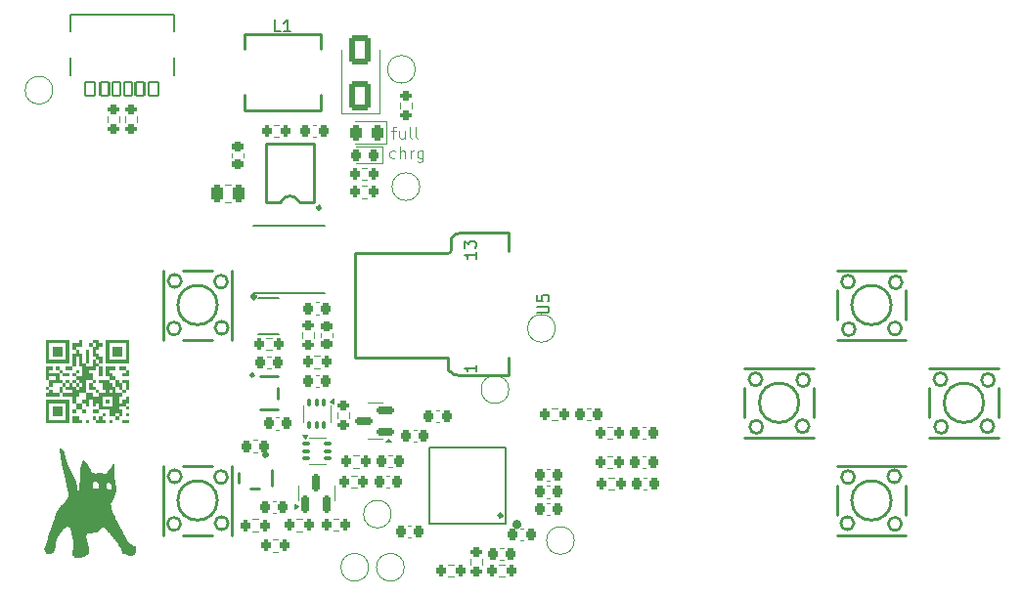
<source format=gto>
%TF.GenerationSoftware,KiCad,Pcbnew,9.0.2*%
%TF.CreationDate,2025-07-13T16:14:14-05:00*%
%TF.ProjectId,stm32card,73746d33-3263-4617-9264-2e6b69636164,rev?*%
%TF.SameCoordinates,Original*%
%TF.FileFunction,Legend,Top*%
%TF.FilePolarity,Positive*%
%FSLAX46Y46*%
G04 Gerber Fmt 4.6, Leading zero omitted, Abs format (unit mm)*
G04 Created by KiCad (PCBNEW 9.0.2) date 2025-07-13 16:14:14*
%MOMM*%
%LPD*%
G01*
G04 APERTURE LIST*
G04 Aperture macros list*
%AMRoundRect*
0 Rectangle with rounded corners*
0 $1 Rounding radius*
0 $2 $3 $4 $5 $6 $7 $8 $9 X,Y pos of 4 corners*
0 Add a 4 corners polygon primitive as box body*
4,1,4,$2,$3,$4,$5,$6,$7,$8,$9,$2,$3,0*
0 Add four circle primitives for the rounded corners*
1,1,$1+$1,$2,$3*
1,1,$1+$1,$4,$5*
1,1,$1+$1,$6,$7*
1,1,$1+$1,$8,$9*
0 Add four rect primitives between the rounded corners*
20,1,$1+$1,$2,$3,$4,$5,0*
20,1,$1+$1,$4,$5,$6,$7,0*
20,1,$1+$1,$6,$7,$8,$9,0*
20,1,$1+$1,$8,$9,$2,$3,0*%
G04 Aperture macros list end*
%ADD10C,0.100000*%
%ADD11C,0.150000*%
%ADD12C,0.200000*%
%ADD13C,0.000000*%
%ADD14C,0.120000*%
%ADD15C,0.250000*%
%ADD16C,0.127000*%
%ADD17C,0.300000*%
%ADD18C,0.400000*%
%ADD19C,0.240000*%
%ADD20RoundRect,0.225000X-0.225000X-0.250000X0.225000X-0.250000X0.225000X0.250000X-0.225000X0.250000X0*%
%ADD21RoundRect,0.150000X0.150000X-0.587500X0.150000X0.587500X-0.150000X0.587500X-0.150000X-0.587500X0*%
%ADD22RoundRect,0.225000X0.225000X0.250000X-0.225000X0.250000X-0.225000X-0.250000X0.225000X-0.250000X0*%
%ADD23R,1.800000X1.200000*%
%ADD24RoundRect,0.200000X0.200000X0.275000X-0.200000X0.275000X-0.200000X-0.275000X0.200000X-0.275000X0*%
%ADD25RoundRect,0.225000X-0.250000X0.225000X-0.250000X-0.225000X0.250000X-0.225000X0.250000X0.225000X0*%
%ADD26R,3.000000X5.500000*%
%ADD27RoundRect,0.200000X0.275000X-0.200000X0.275000X0.200000X-0.275000X0.200000X-0.275000X-0.200000X0*%
%ADD28RoundRect,0.225000X0.250000X-0.225000X0.250000X0.225000X-0.250000X0.225000X-0.250000X-0.225000X0*%
%ADD29R,2.350000X3.500000*%
%ADD30C,2.000000*%
%ADD31RoundRect,0.150000X0.587500X0.150000X-0.587500X0.150000X-0.587500X-0.150000X0.587500X-0.150000X0*%
%ADD32RoundRect,0.250000X0.250000X0.475000X-0.250000X0.475000X-0.250000X-0.475000X0.250000X-0.475000X0*%
%ADD33RoundRect,0.200000X-0.200000X-0.275000X0.200000X-0.275000X0.200000X0.275000X-0.200000X0.275000X0*%
%ADD34R,2.200000X0.400000*%
%ADD35RoundRect,0.100000X-0.225000X-0.100000X0.225000X-0.100000X0.225000X0.100000X-0.225000X0.100000X0*%
%ADD36RoundRect,0.200000X-0.275000X0.200000X-0.275000X-0.200000X0.275000X-0.200000X0.275000X0.200000X0*%
%ADD37RoundRect,0.102000X0.350000X0.600000X-0.350000X0.600000X-0.350000X-0.600000X0.350000X-0.600000X0*%
%ADD38RoundRect,0.102000X0.380000X0.600000X-0.380000X0.600000X-0.380000X-0.600000X0.380000X-0.600000X0*%
%ADD39RoundRect,0.102000X0.400000X0.600000X-0.400000X0.600000X-0.400000X-0.600000X0.400000X-0.600000X0*%
%ADD40O,1.304000X1.904000*%
%ADD41RoundRect,0.243750X0.243750X0.456250X-0.243750X0.456250X-0.243750X-0.456250X0.243750X-0.456250X0*%
%ADD42R,1.070000X0.530000*%
%ADD43R,1.200000X0.270000*%
%ADD44R,0.270000X1.200000*%
%ADD45R,1.200000X1.800000*%
%ADD46RoundRect,0.218750X0.218750X0.256250X-0.218750X0.256250X-0.218750X-0.256250X0.218750X-0.256250X0*%
%ADD47R,0.600000X1.000000*%
%ADD48R,1.200000X0.600000*%
%ADD49R,2.400000X3.300000*%
%ADD50RoundRect,0.100000X-0.100000X0.225000X-0.100000X-0.225000X0.100000X-0.225000X0.100000X0.225000X0*%
%ADD51RoundRect,0.250000X0.650000X-1.000000X0.650000X1.000000X-0.650000X1.000000X-0.650000X-1.000000X0*%
%ADD52R,1.200000X0.500000*%
G04 APERTURE END LIST*
D10*
X165719063Y-94153128D02*
X165623825Y-94200747D01*
X165623825Y-94200747D02*
X165433349Y-94200747D01*
X165433349Y-94200747D02*
X165338111Y-94153128D01*
X165338111Y-94153128D02*
X165290492Y-94105508D01*
X165290492Y-94105508D02*
X165242873Y-94010270D01*
X165242873Y-94010270D02*
X165242873Y-93724556D01*
X165242873Y-93724556D02*
X165290492Y-93629318D01*
X165290492Y-93629318D02*
X165338111Y-93581699D01*
X165338111Y-93581699D02*
X165433349Y-93534080D01*
X165433349Y-93534080D02*
X165623825Y-93534080D01*
X165623825Y-93534080D02*
X165719063Y-93581699D01*
X166147635Y-94200747D02*
X166147635Y-93200747D01*
X166576206Y-94200747D02*
X166576206Y-93676937D01*
X166576206Y-93676937D02*
X166528587Y-93581699D01*
X166528587Y-93581699D02*
X166433349Y-93534080D01*
X166433349Y-93534080D02*
X166290492Y-93534080D01*
X166290492Y-93534080D02*
X166195254Y-93581699D01*
X166195254Y-93581699D02*
X166147635Y-93629318D01*
X167052397Y-94200747D02*
X167052397Y-93534080D01*
X167052397Y-93724556D02*
X167100016Y-93629318D01*
X167100016Y-93629318D02*
X167147635Y-93581699D01*
X167147635Y-93581699D02*
X167242873Y-93534080D01*
X167242873Y-93534080D02*
X167338111Y-93534080D01*
X168100016Y-93534080D02*
X168100016Y-94343604D01*
X168100016Y-94343604D02*
X168052397Y-94438842D01*
X168052397Y-94438842D02*
X168004778Y-94486461D01*
X168004778Y-94486461D02*
X167909540Y-94534080D01*
X167909540Y-94534080D02*
X167766683Y-94534080D01*
X167766683Y-94534080D02*
X167671445Y-94486461D01*
X168100016Y-94153128D02*
X168004778Y-94200747D01*
X168004778Y-94200747D02*
X167814302Y-94200747D01*
X167814302Y-94200747D02*
X167719064Y-94153128D01*
X167719064Y-94153128D02*
X167671445Y-94105508D01*
X167671445Y-94105508D02*
X167623826Y-94010270D01*
X167623826Y-94010270D02*
X167623826Y-93724556D01*
X167623826Y-93724556D02*
X167671445Y-93629318D01*
X167671445Y-93629318D02*
X167719064Y-93581699D01*
X167719064Y-93581699D02*
X167814302Y-93534080D01*
X167814302Y-93534080D02*
X168004778Y-93534080D01*
X168004778Y-93534080D02*
X168100016Y-93581699D01*
X165375839Y-91806823D02*
X165756791Y-91806823D01*
X165518696Y-92473490D02*
X165518696Y-91616347D01*
X165518696Y-91616347D02*
X165566315Y-91521109D01*
X165566315Y-91521109D02*
X165661553Y-91473490D01*
X165661553Y-91473490D02*
X165756791Y-91473490D01*
X166518696Y-91806823D02*
X166518696Y-92473490D01*
X166090125Y-91806823D02*
X166090125Y-92330632D01*
X166090125Y-92330632D02*
X166137744Y-92425871D01*
X166137744Y-92425871D02*
X166232982Y-92473490D01*
X166232982Y-92473490D02*
X166375839Y-92473490D01*
X166375839Y-92473490D02*
X166471077Y-92425871D01*
X166471077Y-92425871D02*
X166518696Y-92378251D01*
X167137744Y-92473490D02*
X167042506Y-92425871D01*
X167042506Y-92425871D02*
X166994887Y-92330632D01*
X166994887Y-92330632D02*
X166994887Y-91473490D01*
X167661554Y-92473490D02*
X167566316Y-92425871D01*
X167566316Y-92425871D02*
X167518697Y-92330632D01*
X167518697Y-92330632D02*
X167518697Y-91473490D01*
D11*
X155792732Y-83189147D02*
X155316542Y-83189147D01*
X155316542Y-83189147D02*
X155316542Y-82189147D01*
X156649875Y-83189147D02*
X156078447Y-83189147D01*
X156364161Y-83189147D02*
X156364161Y-82189147D01*
X156364161Y-82189147D02*
X156268923Y-82332004D01*
X156268923Y-82332004D02*
X156173685Y-82427242D01*
X156173685Y-82427242D02*
X156078447Y-82474861D01*
X178014285Y-107597438D02*
X178823808Y-107597438D01*
X178823808Y-107597438D02*
X178919046Y-107549819D01*
X178919046Y-107549819D02*
X178966666Y-107502200D01*
X178966666Y-107502200D02*
X179014285Y-107406962D01*
X179014285Y-107406962D02*
X179014285Y-107216486D01*
X179014285Y-107216486D02*
X178966666Y-107121248D01*
X178966666Y-107121248D02*
X178919046Y-107073629D01*
X178919046Y-107073629D02*
X178823808Y-107026010D01*
X178823808Y-107026010D02*
X178014285Y-107026010D01*
X178014285Y-106073629D02*
X178014285Y-106549819D01*
X178014285Y-106549819D02*
X178490475Y-106597438D01*
X178490475Y-106597438D02*
X178442856Y-106549819D01*
X178442856Y-106549819D02*
X178395237Y-106454581D01*
X178395237Y-106454581D02*
X178395237Y-106216486D01*
X178395237Y-106216486D02*
X178442856Y-106121248D01*
X178442856Y-106121248D02*
X178490475Y-106073629D01*
X178490475Y-106073629D02*
X178585713Y-106026010D01*
X178585713Y-106026010D02*
X178823808Y-106026010D01*
X178823808Y-106026010D02*
X178919046Y-106073629D01*
X178919046Y-106073629D02*
X178966666Y-106121248D01*
X178966666Y-106121248D02*
X179014285Y-106216486D01*
X179014285Y-106216486D02*
X179014285Y-106454581D01*
X179014285Y-106454581D02*
X178966666Y-106549819D01*
X178966666Y-106549819D02*
X178919046Y-106597438D01*
D12*
X172711685Y-112107588D02*
X172711685Y-112679016D01*
X172711685Y-112393302D02*
X171711685Y-112393302D01*
X171711685Y-112393302D02*
X171854542Y-112488540D01*
X171854542Y-112488540D02*
X171949780Y-112583778D01*
X171949780Y-112583778D02*
X171997399Y-112679016D01*
X172711685Y-102309969D02*
X172711685Y-102881397D01*
X172711685Y-102595683D02*
X171711685Y-102595683D01*
X171711685Y-102595683D02*
X171854542Y-102690921D01*
X171854542Y-102690921D02*
X171949780Y-102786159D01*
X171949780Y-102786159D02*
X171997399Y-102881397D01*
X171711685Y-101976635D02*
X171711685Y-101357588D01*
X171711685Y-101357588D02*
X172092637Y-101690921D01*
X172092637Y-101690921D02*
X172092637Y-101548064D01*
X172092637Y-101548064D02*
X172140256Y-101452826D01*
X172140256Y-101452826D02*
X172187875Y-101405207D01*
X172187875Y-101405207D02*
X172283113Y-101357588D01*
X172283113Y-101357588D02*
X172521208Y-101357588D01*
X172521208Y-101357588D02*
X172616446Y-101405207D01*
X172616446Y-101405207D02*
X172664066Y-101452826D01*
X172664066Y-101452826D02*
X172711685Y-101548064D01*
X172711685Y-101548064D02*
X172711685Y-101833778D01*
X172711685Y-101833778D02*
X172664066Y-101929016D01*
X172664066Y-101929016D02*
X172616446Y-101976635D01*
D13*
%TO.C,G\u002A\u002A\u002A*%
G36*
X137504732Y-116130444D02*
G01*
X137504732Y-117138380D01*
X136496795Y-117138380D01*
X135488859Y-117138380D01*
X135488859Y-116850399D01*
X135776841Y-116850399D01*
X136496795Y-116850399D01*
X137216750Y-116850399D01*
X137216750Y-116130444D01*
X137216750Y-115410489D01*
X136496795Y-115410489D01*
X135776841Y-115410489D01*
X135776841Y-116130444D01*
X135776841Y-116850399D01*
X135488859Y-116850399D01*
X135488859Y-116130444D01*
X135488859Y-115122507D01*
X136496795Y-115122507D01*
X137504732Y-115122507D01*
X137504732Y-116130444D01*
G37*
G36*
X138368678Y-116706408D02*
G01*
X138368678Y-116850399D01*
X138512668Y-116850399D01*
X138656659Y-116850399D01*
X138656659Y-116994389D01*
X138656659Y-117138380D01*
X138224687Y-117138380D01*
X137792714Y-117138380D01*
X137792714Y-116850399D01*
X137792714Y-116562417D01*
X138080696Y-116562417D01*
X138368678Y-116562417D01*
X138368678Y-116706408D01*
G37*
G36*
X139232623Y-116994389D02*
G01*
X139232623Y-117138380D01*
X139088632Y-117138380D01*
X138944641Y-117138380D01*
X138944641Y-116994389D01*
X138944641Y-116850399D01*
X139088632Y-116850399D01*
X139232623Y-116850399D01*
X139232623Y-116994389D01*
G37*
G36*
X140672532Y-116418426D02*
G01*
X140672532Y-116562417D01*
X140528541Y-116562417D01*
X140384551Y-116562417D01*
X140384551Y-116706408D01*
X140384551Y-116850399D01*
X140528541Y-116850399D01*
X140672532Y-116850399D01*
X140672532Y-116994389D01*
X140672532Y-117138380D01*
X140240560Y-117138380D01*
X139808587Y-117138380D01*
X139808587Y-116994389D01*
X139808587Y-116850399D01*
X139664596Y-116850399D01*
X139520605Y-116850399D01*
X139520605Y-116706408D01*
X139520605Y-116562417D01*
X139664596Y-116562417D01*
X139808587Y-116562417D01*
X139808587Y-116706408D01*
X139808587Y-116850399D01*
X139952578Y-116850399D01*
X140096569Y-116850399D01*
X140096569Y-116706408D01*
X140096569Y-116562417D01*
X140240560Y-116562417D01*
X140384551Y-116562417D01*
X140384551Y-116418426D01*
X140384551Y-116274435D01*
X140528541Y-116274435D01*
X140672532Y-116274435D01*
X140672532Y-116418426D01*
G37*
G36*
X141248496Y-116994389D02*
G01*
X141248496Y-117138380D01*
X141104505Y-117138380D01*
X140960514Y-117138380D01*
X140960514Y-116994389D01*
X140960514Y-116850399D01*
X141104505Y-116850399D01*
X141248496Y-116850399D01*
X141248496Y-116994389D01*
G37*
G36*
X142688405Y-116994389D02*
G01*
X142688405Y-117138380D01*
X142400424Y-117138380D01*
X142112442Y-117138380D01*
X142112442Y-116994389D01*
X142112442Y-116850399D01*
X142400424Y-116850399D01*
X142688405Y-116850399D01*
X142688405Y-116994389D01*
G37*
G36*
X140096569Y-110082825D02*
G01*
X140096569Y-110226816D01*
X140240560Y-110226816D01*
X140384551Y-110226816D01*
X140384551Y-110370807D01*
X140384551Y-110514798D01*
X140240560Y-110514798D01*
X140096569Y-110514798D01*
X140096569Y-110658789D01*
X140096569Y-110802780D01*
X139952578Y-110802780D01*
X139808587Y-110802780D01*
X139808587Y-110946770D01*
X139808587Y-111090761D01*
X139952578Y-111090761D01*
X140096569Y-111090761D01*
X140096569Y-111234752D01*
X140096569Y-111378743D01*
X140240560Y-111378743D01*
X140384551Y-111378743D01*
X140384551Y-111666725D01*
X140384551Y-111954707D01*
X140240560Y-111954707D01*
X140096569Y-111954707D01*
X140096569Y-112098698D01*
X140096569Y-112242689D01*
X139952578Y-112242689D01*
X139808587Y-112242689D01*
X139808587Y-112386680D01*
X139808587Y-112530671D01*
X139520605Y-112530671D01*
X139232623Y-112530671D01*
X139232623Y-112674662D01*
X139232623Y-112818653D01*
X139376614Y-112818653D01*
X139520605Y-112818653D01*
X139520605Y-113106634D01*
X139520605Y-113394616D01*
X139232623Y-113394616D01*
X138944641Y-113394616D01*
X138944641Y-113970580D01*
X138944641Y-114546544D01*
X138656659Y-114546544D01*
X138368678Y-114546544D01*
X138368678Y-114690535D01*
X138368678Y-114834526D01*
X138224687Y-114834526D01*
X138080696Y-114834526D01*
X138080696Y-115122507D01*
X138080696Y-115410489D01*
X138368678Y-115410489D01*
X138656659Y-115410489D01*
X138656659Y-115266498D01*
X138656659Y-115122507D01*
X138800650Y-115122507D01*
X138944641Y-115122507D01*
X138944641Y-114834526D01*
X138944641Y-114546544D01*
X139232623Y-114546544D01*
X139520605Y-114546544D01*
X139520605Y-114690535D01*
X139520605Y-114834526D01*
X139808587Y-114834526D01*
X140096569Y-114834526D01*
X140096569Y-114690535D01*
X140096569Y-114546544D01*
X139952578Y-114546544D01*
X139808587Y-114546544D01*
X139808587Y-114402553D01*
X139808587Y-114258562D01*
X139952578Y-114258562D01*
X140096569Y-114258562D01*
X140096569Y-114402553D01*
X140096569Y-114546544D01*
X140384551Y-114546544D01*
X140672532Y-114546544D01*
X140960514Y-114546544D01*
X141104505Y-114546544D01*
X141248496Y-114546544D01*
X141248496Y-114402553D01*
X141248496Y-114258562D01*
X141104505Y-114258562D01*
X140960514Y-114258562D01*
X140960514Y-114402553D01*
X140960514Y-114546544D01*
X140672532Y-114546544D01*
X140672532Y-114402553D01*
X140672532Y-114258562D01*
X140528541Y-114258562D01*
X140384551Y-114258562D01*
X140384551Y-113970580D01*
X140384551Y-113682598D01*
X140240560Y-113682598D01*
X140096569Y-113682598D01*
X140096569Y-113538607D01*
X140096569Y-113394616D01*
X140528541Y-113394616D01*
X140960514Y-113394616D01*
X140960514Y-113250625D01*
X140960514Y-113106634D01*
X140816523Y-113106634D01*
X140672532Y-113106634D01*
X140672532Y-112674662D01*
X140672532Y-112242689D01*
X141104505Y-112242689D01*
X141536478Y-112242689D01*
X141536478Y-112386680D01*
X141536478Y-112530671D01*
X141248496Y-112530671D01*
X140960514Y-112530671D01*
X140960514Y-112674662D01*
X140960514Y-112818653D01*
X141104505Y-112818653D01*
X141248496Y-112818653D01*
X141248496Y-112962643D01*
X141248496Y-113106634D01*
X141392487Y-113106634D01*
X141536478Y-113106634D01*
X141536478Y-113250625D01*
X141536478Y-113394616D01*
X141248496Y-113394616D01*
X140960514Y-113394616D01*
X140960514Y-113538607D01*
X140960514Y-113682598D01*
X141104505Y-113682598D01*
X141248496Y-113682598D01*
X141248496Y-113826589D01*
X141248496Y-113970580D01*
X141392487Y-113970580D01*
X141536478Y-113970580D01*
X141536478Y-114258562D01*
X141536478Y-114546544D01*
X141824460Y-114546544D01*
X142112442Y-114546544D01*
X142112442Y-114402553D01*
X142112442Y-114258562D01*
X142256433Y-114258562D01*
X142400424Y-114258562D01*
X142400424Y-113970580D01*
X142400424Y-113682598D01*
X142256433Y-113682598D01*
X142112442Y-113682598D01*
X142112442Y-113970580D01*
X142112442Y-114258562D01*
X141968451Y-114258562D01*
X141824460Y-114258562D01*
X141824460Y-114114571D01*
X141824460Y-113970580D01*
X141680469Y-113970580D01*
X141536478Y-113970580D01*
X141536478Y-113682598D01*
X141536478Y-113394616D01*
X141680469Y-113394616D01*
X141824460Y-113394616D01*
X141824460Y-113538607D01*
X141824460Y-113682598D01*
X141968451Y-113682598D01*
X142112442Y-113682598D01*
X142112442Y-113538607D01*
X142112442Y-113394616D01*
X142400424Y-113394616D01*
X142688405Y-113394616D01*
X142688405Y-113826589D01*
X142688405Y-114258562D01*
X142544414Y-114258562D01*
X142400424Y-114258562D01*
X142400424Y-114402553D01*
X142400424Y-114546544D01*
X142256433Y-114546544D01*
X142112442Y-114546544D01*
X142112442Y-114690535D01*
X142112442Y-114834526D01*
X141968451Y-114834526D01*
X141824460Y-114834526D01*
X141824460Y-115122507D01*
X141824460Y-115410489D01*
X141968451Y-115410489D01*
X142112442Y-115410489D01*
X142112442Y-115266498D01*
X142112442Y-115122507D01*
X142256433Y-115122507D01*
X142400424Y-115122507D01*
X142400424Y-114978516D01*
X142400424Y-114834526D01*
X142544414Y-114834526D01*
X142688405Y-114834526D01*
X142688405Y-115122507D01*
X142688405Y-115410489D01*
X142544414Y-115410489D01*
X142400424Y-115410489D01*
X142400424Y-115554480D01*
X142400424Y-115698471D01*
X142112442Y-115698471D01*
X141824460Y-115698471D01*
X141824460Y-115842462D01*
X141824460Y-115986453D01*
X141968451Y-115986453D01*
X142112442Y-115986453D01*
X142112442Y-116274435D01*
X142112442Y-116562417D01*
X141968451Y-116562417D01*
X141824460Y-116562417D01*
X141824460Y-116706408D01*
X141824460Y-116850399D01*
X141680469Y-116850399D01*
X141536478Y-116850399D01*
X141536478Y-116706408D01*
X141536478Y-116562417D01*
X141680469Y-116562417D01*
X141824460Y-116562417D01*
X141824460Y-116418426D01*
X141824460Y-116274435D01*
X141680469Y-116274435D01*
X141536478Y-116274435D01*
X141536478Y-116418426D01*
X141536478Y-116562417D01*
X141248496Y-116562417D01*
X140960514Y-116562417D01*
X140960514Y-116418426D01*
X140960514Y-116274435D01*
X140960514Y-115986453D01*
X140528541Y-115986453D01*
X140096569Y-115986453D01*
X140096569Y-116130444D01*
X140096569Y-116274435D01*
X139808587Y-116274435D01*
X139520605Y-116274435D01*
X139520605Y-116130444D01*
X139520605Y-115986453D01*
X139808587Y-115986453D01*
X140096569Y-115986453D01*
X140096569Y-115698471D01*
X140384551Y-115698471D01*
X140816523Y-115698471D01*
X141248496Y-115698471D01*
X141248496Y-115266498D01*
X141248496Y-114834526D01*
X140816523Y-114834526D01*
X140384551Y-114834526D01*
X140384551Y-115266498D01*
X140384551Y-115698471D01*
X140096569Y-115698471D01*
X140096569Y-115410489D01*
X139952578Y-115410489D01*
X139808587Y-115410489D01*
X139808587Y-115554480D01*
X139808587Y-115698471D01*
X139664596Y-115698471D01*
X139520605Y-115698471D01*
X139520605Y-115410489D01*
X139520605Y-115266498D01*
X139520605Y-115122507D01*
X139376614Y-115122507D01*
X139232623Y-115122507D01*
X139232623Y-115410489D01*
X139232623Y-115698471D01*
X139088632Y-115698471D01*
X138944641Y-115698471D01*
X138944641Y-115554480D01*
X138944641Y-115410489D01*
X138800650Y-115410489D01*
X138656659Y-115410489D01*
X138656659Y-115698471D01*
X138656659Y-115986453D01*
X138368678Y-115986453D01*
X138080696Y-115986453D01*
X138080696Y-116130444D01*
X138080696Y-116274435D01*
X137936705Y-116274435D01*
X137792714Y-116274435D01*
X137792714Y-116130444D01*
X137792714Y-115986453D01*
X137936705Y-115986453D01*
X138080696Y-115986453D01*
X138080696Y-115698471D01*
X138080696Y-115410489D01*
X137936705Y-115410489D01*
X137792714Y-115410489D01*
X137792714Y-115122507D01*
X137792714Y-114834526D01*
X137360741Y-114834526D01*
X136928768Y-114834526D01*
X136928768Y-114690535D01*
X136928768Y-114546544D01*
X136784777Y-114546544D01*
X136640786Y-114546544D01*
X136640786Y-114690535D01*
X136640786Y-114834526D01*
X136064823Y-114834526D01*
X135488859Y-114834526D01*
X135488859Y-114690535D01*
X135488859Y-114546544D01*
X135632850Y-114546544D01*
X135776841Y-114546544D01*
X135776841Y-114402553D01*
X135776841Y-114258562D01*
X135920832Y-114258562D01*
X136064823Y-114258562D01*
X136064823Y-114402553D01*
X136064823Y-114546544D01*
X136352805Y-114546544D01*
X136640786Y-114546544D01*
X136640786Y-114258562D01*
X136640786Y-113970580D01*
X136784777Y-113970580D01*
X136928768Y-113970580D01*
X136928768Y-114258562D01*
X136928768Y-114546544D01*
X137360741Y-114546544D01*
X137792714Y-114546544D01*
X137792714Y-114402553D01*
X137792714Y-114258562D01*
X137504732Y-114258562D01*
X137216750Y-114258562D01*
X137216750Y-114114571D01*
X137216750Y-113970580D01*
X137360741Y-113970580D01*
X137504732Y-113970580D01*
X137504732Y-113826589D01*
X137504732Y-113682598D01*
X137648723Y-113682598D01*
X137792714Y-113682598D01*
X137792714Y-113826589D01*
X137792714Y-113970580D01*
X137936705Y-113970580D01*
X138080696Y-113970580D01*
X138080696Y-114114571D01*
X138080696Y-114258562D01*
X138224687Y-114258562D01*
X138368678Y-114258562D01*
X138368678Y-114114571D01*
X138368678Y-113970580D01*
X138512668Y-113970580D01*
X138656659Y-113970580D01*
X138656659Y-113826589D01*
X138656659Y-113682598D01*
X138512668Y-113682598D01*
X138368678Y-113682598D01*
X138368678Y-113538607D01*
X138368678Y-113394616D01*
X138224687Y-113394616D01*
X138080696Y-113394616D01*
X138080696Y-113538607D01*
X138080696Y-113682598D01*
X137936705Y-113682598D01*
X137792714Y-113682598D01*
X137792714Y-113538607D01*
X137792714Y-113394616D01*
X137936705Y-113394616D01*
X138080696Y-113394616D01*
X138080696Y-113250625D01*
X138080696Y-113106634D01*
X137936705Y-113106634D01*
X137792714Y-113106634D01*
X137792714Y-112962643D01*
X137792714Y-112818653D01*
X137936705Y-112818653D01*
X138080696Y-112818653D01*
X138080696Y-112674662D01*
X138080696Y-112530671D01*
X138224687Y-112530671D01*
X138368678Y-112530671D01*
X138368678Y-112674662D01*
X138368678Y-112818653D01*
X138224687Y-112818653D01*
X138080696Y-112818653D01*
X138080696Y-112962643D01*
X138080696Y-113106634D01*
X138368678Y-113106634D01*
X138656659Y-113106634D01*
X138656659Y-112674662D01*
X138656659Y-112242689D01*
X138512668Y-112242689D01*
X138368678Y-112242689D01*
X138368678Y-111810716D01*
X138368678Y-111378743D01*
X138224687Y-111378743D01*
X138080696Y-111378743D01*
X138080696Y-111810716D01*
X138080696Y-112242689D01*
X137936705Y-112242689D01*
X137792714Y-112242689D01*
X137792714Y-112386680D01*
X137792714Y-112530671D01*
X137504732Y-112530671D01*
X137216750Y-112530671D01*
X137216750Y-112386680D01*
X137216750Y-112242689D01*
X137504732Y-112242689D01*
X137792714Y-112242689D01*
X137792714Y-111666725D01*
X137792714Y-111090761D01*
X137936705Y-111090761D01*
X138080696Y-111090761D01*
X138080696Y-110946770D01*
X138080696Y-110802780D01*
X138224687Y-110802780D01*
X138368678Y-110802780D01*
X138368678Y-110946770D01*
X138368678Y-111090761D01*
X138512668Y-111090761D01*
X138656659Y-111090761D01*
X138656659Y-111522734D01*
X138656659Y-111954707D01*
X138800650Y-111954707D01*
X138944641Y-111954707D01*
X138944641Y-111378743D01*
X138944641Y-110802780D01*
X139088632Y-110802780D01*
X139232623Y-110802780D01*
X139232623Y-111378743D01*
X139232623Y-111954707D01*
X139088632Y-111954707D01*
X138944641Y-111954707D01*
X138944641Y-112098698D01*
X138944641Y-112242689D01*
X139232623Y-112242689D01*
X139520605Y-112242689D01*
X139520605Y-111954707D01*
X139808587Y-111954707D01*
X139952578Y-111954707D01*
X140096569Y-111954707D01*
X140096569Y-111810716D01*
X140096569Y-111666725D01*
X139952578Y-111666725D01*
X139808587Y-111666725D01*
X139808587Y-111810716D01*
X139808587Y-111954707D01*
X139520605Y-111954707D01*
X139520605Y-111810716D01*
X139520605Y-111666725D01*
X139664596Y-111666725D01*
X139808587Y-111666725D01*
X139808587Y-111522734D01*
X139808587Y-111378743D01*
X139664596Y-111378743D01*
X139520605Y-111378743D01*
X139520605Y-110946770D01*
X139520605Y-110514798D01*
X139664596Y-110514798D01*
X139808587Y-110514798D01*
X139808587Y-110370807D01*
X139808587Y-110226816D01*
X139664596Y-110226816D01*
X139520605Y-110226816D01*
X139520605Y-110370807D01*
X139520605Y-110514798D01*
X139376614Y-110514798D01*
X139232623Y-110514798D01*
X139232623Y-110370807D01*
X139232623Y-110226816D01*
X139376614Y-110226816D01*
X139520605Y-110226816D01*
X139520605Y-110082825D01*
X139520605Y-109938834D01*
X139808587Y-109938834D01*
X140096569Y-109938834D01*
X140096569Y-110082825D01*
G37*
G36*
X136064823Y-112386680D02*
G01*
X136064823Y-112530671D01*
X135920832Y-112530671D01*
X135776841Y-112530671D01*
X135776841Y-112674662D01*
X135776841Y-112818653D01*
X136208814Y-112818653D01*
X136640786Y-112818653D01*
X136640786Y-112674662D01*
X136640786Y-112530671D01*
X136784777Y-112530671D01*
X136928768Y-112530671D01*
X136928768Y-112674662D01*
X136928768Y-112818653D01*
X136784777Y-112818653D01*
X136640786Y-112818653D01*
X136640786Y-113106634D01*
X136640786Y-113394616D01*
X136784777Y-113394616D01*
X136928768Y-113394616D01*
X136928768Y-113538607D01*
X136928768Y-113682598D01*
X137072759Y-113682598D01*
X137216750Y-113682598D01*
X137216750Y-113538607D01*
X137216750Y-113394616D01*
X137360741Y-113394616D01*
X137504732Y-113394616D01*
X137504732Y-113538607D01*
X137504732Y-113682598D01*
X137360741Y-113682598D01*
X137216750Y-113682598D01*
X137216750Y-113826589D01*
X137216750Y-113970580D01*
X137072759Y-113970580D01*
X136928768Y-113970580D01*
X136928768Y-113826589D01*
X136928768Y-113682598D01*
X136496795Y-113682598D01*
X136064823Y-113682598D01*
X136064823Y-113826589D01*
X136064823Y-113970580D01*
X135920832Y-113970580D01*
X135776841Y-113970580D01*
X135776841Y-114114571D01*
X135776841Y-114258562D01*
X135632850Y-114258562D01*
X135488859Y-114258562D01*
X135488859Y-114114571D01*
X135488859Y-113970580D01*
X135632850Y-113970580D01*
X135776841Y-113970580D01*
X135776841Y-113682598D01*
X135776841Y-113394616D01*
X136064823Y-113394616D01*
X136352805Y-113394616D01*
X136352805Y-113250625D01*
X136352805Y-113106634D01*
X136064823Y-113106634D01*
X135776841Y-113106634D01*
X135776841Y-113250625D01*
X135776841Y-113394616D01*
X135632850Y-113394616D01*
X135488859Y-113394616D01*
X135488859Y-113250625D01*
X135488859Y-112818653D01*
X135488859Y-112242689D01*
X135776841Y-112242689D01*
X136064823Y-112242689D01*
X136064823Y-112386680D01*
G37*
G36*
X138944641Y-116130444D02*
G01*
X138944641Y-116274435D01*
X138800650Y-116274435D01*
X138656659Y-116274435D01*
X138656659Y-116130444D01*
X138656659Y-115986453D01*
X138800650Y-115986453D01*
X138944641Y-115986453D01*
X138944641Y-116130444D01*
G37*
G36*
X142688405Y-115842462D02*
G01*
X142688405Y-115986453D01*
X142544414Y-115986453D01*
X142400424Y-115986453D01*
X142400424Y-115842462D01*
X142400424Y-115698471D01*
X142544414Y-115698471D01*
X142688405Y-115698471D01*
X142688405Y-115842462D01*
G37*
G36*
X139808587Y-113538607D02*
G01*
X139808587Y-113682598D01*
X139664596Y-113682598D01*
X139520605Y-113682598D01*
X139520605Y-113826589D01*
X139520605Y-113970580D01*
X139664596Y-113970580D01*
X139808587Y-113970580D01*
X139808587Y-114114571D01*
X139808587Y-114258562D01*
X139520605Y-114258562D01*
X139232623Y-114258562D01*
X139232623Y-113970580D01*
X139232623Y-113682598D01*
X139376614Y-113682598D01*
X139520605Y-113682598D01*
X139520605Y-113538607D01*
X139520605Y-113394616D01*
X139664596Y-113394616D01*
X139808587Y-113394616D01*
X139808587Y-113538607D01*
G37*
G36*
X137504732Y-112962643D02*
G01*
X137504732Y-113106634D01*
X137216750Y-113106634D01*
X136928768Y-113106634D01*
X136928768Y-112962643D01*
X136928768Y-112818653D01*
X137216750Y-112818653D01*
X137504732Y-112818653D01*
X137504732Y-112962643D01*
G37*
G36*
X140384551Y-112674662D02*
G01*
X140384551Y-113106634D01*
X140240560Y-113106634D01*
X140096569Y-113106634D01*
X140096569Y-112674662D01*
X140096569Y-112242689D01*
X140240560Y-112242689D01*
X140384551Y-112242689D01*
X140384551Y-112674662D01*
G37*
G36*
X136640786Y-112386680D02*
G01*
X136640786Y-112530671D01*
X136496795Y-112530671D01*
X136352805Y-112530671D01*
X136352805Y-112386680D01*
X136352805Y-112242689D01*
X136496795Y-112242689D01*
X136640786Y-112242689D01*
X136640786Y-112386680D01*
G37*
G36*
X138656659Y-110226816D02*
G01*
X138656659Y-110514798D01*
X138368678Y-110514798D01*
X138080696Y-110514798D01*
X138080696Y-110658789D01*
X138080696Y-110802780D01*
X137936705Y-110802780D01*
X137792714Y-110802780D01*
X137792714Y-110514798D01*
X137792714Y-110226816D01*
X138080696Y-110226816D01*
X138368678Y-110226816D01*
X138368678Y-110082825D01*
X138368678Y-109938834D01*
X138512668Y-109938834D01*
X138656659Y-109938834D01*
X138656659Y-110226816D01*
G37*
G36*
X142688405Y-116418426D02*
G01*
X142688405Y-116562417D01*
X142544414Y-116562417D01*
X142400424Y-116562417D01*
X142400424Y-116418426D01*
X142400424Y-116274435D01*
X142544414Y-116274435D01*
X142688405Y-116274435D01*
X142688405Y-116418426D01*
G37*
G36*
X142688405Y-112818653D02*
G01*
X142688405Y-113106634D01*
X142400424Y-113106634D01*
X142112442Y-113106634D01*
X142112442Y-112962643D01*
X142112442Y-112818653D01*
X142256433Y-112818653D01*
X142400424Y-112818653D01*
X142400424Y-112674662D01*
X142400424Y-112530671D01*
X142544414Y-112530671D01*
X142688405Y-112530671D01*
X142688405Y-112818653D01*
G37*
G36*
X142400424Y-112386680D02*
G01*
X142400424Y-112530671D01*
X142112442Y-112530671D01*
X141824460Y-112530671D01*
X141824460Y-112386680D01*
X141824460Y-112242689D01*
X142112442Y-112242689D01*
X142400424Y-112242689D01*
X142400424Y-112386680D01*
G37*
G36*
X137504732Y-110946770D02*
G01*
X137504732Y-111954707D01*
X136496795Y-111954707D01*
X135488859Y-111954707D01*
X135488859Y-111666725D01*
X135776841Y-111666725D01*
X136496795Y-111666725D01*
X137216750Y-111666725D01*
X137216750Y-110946770D01*
X137216750Y-110226816D01*
X136496795Y-110226816D01*
X135776841Y-110226816D01*
X135776841Y-110946770D01*
X135776841Y-111666725D01*
X135488859Y-111666725D01*
X135488859Y-110946770D01*
X135488859Y-109938834D01*
X136496795Y-109938834D01*
X137504732Y-109938834D01*
X137504732Y-110946770D01*
G37*
G36*
X142688405Y-110946770D02*
G01*
X142688405Y-111954707D01*
X141680469Y-111954707D01*
X140672532Y-111954707D01*
X140672532Y-111666725D01*
X140960514Y-111666725D01*
X141680469Y-111666725D01*
X142400424Y-111666725D01*
X142400424Y-110946770D01*
X142400424Y-110226816D01*
X141680469Y-110226816D01*
X140960514Y-110226816D01*
X140960514Y-110946770D01*
X140960514Y-111666725D01*
X140672532Y-111666725D01*
X140672532Y-110946770D01*
X140672532Y-109938834D01*
X141680469Y-109938834D01*
X142688405Y-109938834D01*
X142688405Y-110946770D01*
G37*
G36*
X136928768Y-116130444D02*
G01*
X136928768Y-116562417D01*
X136496795Y-116562417D01*
X136064823Y-116562417D01*
X136064823Y-116130444D01*
X136064823Y-115698471D01*
X136496795Y-115698471D01*
X136928768Y-115698471D01*
X136928768Y-116130444D01*
G37*
G36*
X140960514Y-115266498D02*
G01*
X140960514Y-115410489D01*
X140816523Y-115410489D01*
X140672532Y-115410489D01*
X140672532Y-115266498D01*
X140672532Y-115122507D01*
X140816523Y-115122507D01*
X140960514Y-115122507D01*
X140960514Y-115266498D01*
G37*
G36*
X138368678Y-113826589D02*
G01*
X138368678Y-113970580D01*
X138224687Y-113970580D01*
X138080696Y-113970580D01*
X138080696Y-113826589D01*
X138080696Y-113682598D01*
X138224687Y-113682598D01*
X138368678Y-113682598D01*
X138368678Y-113826589D01*
G37*
G36*
X136928768Y-110946770D02*
G01*
X136928768Y-111378743D01*
X136496795Y-111378743D01*
X136064823Y-111378743D01*
X136064823Y-110946770D01*
X136064823Y-110514798D01*
X136496795Y-110514798D01*
X136928768Y-110514798D01*
X136928768Y-110946770D01*
G37*
G36*
X142112442Y-110946770D02*
G01*
X142112442Y-111378743D01*
X141680469Y-111378743D01*
X141248496Y-111378743D01*
X141248496Y-110946770D01*
X141248496Y-110514798D01*
X141680469Y-110514798D01*
X142112442Y-110514798D01*
X142112442Y-110946770D01*
G37*
G36*
X136820335Y-119322019D02*
G01*
X136899889Y-119388538D01*
X136944633Y-119442289D01*
X137003363Y-119521535D01*
X137041081Y-119577042D01*
X137065386Y-119624258D01*
X137083876Y-119678632D01*
X137104150Y-119755610D01*
X137109902Y-119778283D01*
X137137236Y-119884081D01*
X137165941Y-119992403D01*
X137183595Y-120057271D01*
X137206731Y-120150104D01*
X137230914Y-120261553D01*
X137245231Y-120336258D01*
X137271808Y-120445726D01*
X137311880Y-120567238D01*
X137346607Y-120651636D01*
X137439440Y-120847880D01*
X137516015Y-121002411D01*
X137578073Y-121118572D01*
X137627358Y-121199706D01*
X137646037Y-121225947D01*
X137683739Y-121281493D01*
X137704009Y-121323268D01*
X137705123Y-121329830D01*
X137715389Y-121362364D01*
X137742768Y-121426305D01*
X137782128Y-121509939D01*
X137798798Y-121543722D01*
X137846347Y-121642653D01*
X137888512Y-121737038D01*
X137917692Y-121809694D01*
X137921916Y-121821983D01*
X137950193Y-121886124D01*
X137982680Y-121929332D01*
X137989134Y-121933910D01*
X138012692Y-121967621D01*
X138042306Y-122041243D01*
X138075949Y-122146846D01*
X138111595Y-122276498D01*
X138147219Y-122422269D01*
X138180796Y-122576228D01*
X138210299Y-122730443D01*
X138233703Y-122876986D01*
X138237883Y-122907796D01*
X138261545Y-123057901D01*
X138287423Y-123164558D01*
X138314980Y-123226081D01*
X138343680Y-123240787D01*
X138343942Y-123240702D01*
X138362822Y-123226043D01*
X138377555Y-123192812D01*
X138388596Y-123136020D01*
X138396403Y-123050681D01*
X138401430Y-122931806D01*
X138404136Y-122774407D01*
X138404975Y-122573519D01*
X138406333Y-122436038D01*
X139542599Y-122436038D01*
X139542944Y-122546150D01*
X139556070Y-122651325D01*
X139576480Y-122721814D01*
X139629446Y-122792187D01*
X139710157Y-122835496D01*
X139804678Y-122849508D01*
X139899071Y-122831993D01*
X139974430Y-122785542D01*
X140021566Y-122723102D01*
X140042712Y-122643009D01*
X140040821Y-122576540D01*
X140737431Y-122576540D01*
X140750101Y-122693272D01*
X140780385Y-122793441D01*
X140790005Y-122812489D01*
X140832089Y-122876646D01*
X140877558Y-122911221D01*
X140943820Y-122925951D01*
X140998746Y-122929242D01*
X141059178Y-122922415D01*
X141102630Y-122888429D01*
X141127074Y-122853212D01*
X141159826Y-122782057D01*
X141165983Y-122703895D01*
X141162189Y-122665198D01*
X141146313Y-122556556D01*
X141128541Y-122483389D01*
X141103334Y-122432789D01*
X141065149Y-122391847D01*
X141034138Y-122366879D01*
X140944235Y-122316710D01*
X140863110Y-122306082D01*
X140798359Y-122334789D01*
X140768832Y-122374081D01*
X140743350Y-122463418D01*
X140737431Y-122576540D01*
X140040821Y-122576540D01*
X140039639Y-122534964D01*
X140029389Y-122466182D01*
X139997815Y-122345140D01*
X139949433Y-122265312D01*
X139877803Y-122220511D01*
X139776490Y-122204552D01*
X139756793Y-122204262D01*
X139676466Y-122207069D01*
X139628174Y-122219544D01*
X139595568Y-122247770D01*
X139579751Y-122270128D01*
X139554910Y-122338270D01*
X139542599Y-122436038D01*
X138406333Y-122436038D01*
X138406708Y-122398112D01*
X138411521Y-122204127D01*
X138418962Y-121999177D01*
X138428577Y-121790875D01*
X138439913Y-121586836D01*
X138452518Y-121394672D01*
X138465938Y-121221999D01*
X138479720Y-121076428D01*
X138493412Y-120965574D01*
X138504149Y-120906364D01*
X138550167Y-120721960D01*
X138589459Y-120583381D01*
X138622788Y-120488514D01*
X138650922Y-120435246D01*
X138674623Y-120421465D01*
X138679062Y-120423360D01*
X138698592Y-120418275D01*
X138699774Y-120410470D01*
X138718028Y-120386868D01*
X138764692Y-120387191D01*
X138827615Y-120408733D01*
X138894649Y-120448789D01*
X138903949Y-120455941D01*
X138978118Y-120521213D01*
X139039582Y-120586770D01*
X139078808Y-120641625D01*
X139087931Y-120668026D01*
X139100395Y-120699676D01*
X139131554Y-120753507D01*
X139144478Y-120773368D01*
X139180801Y-120836477D01*
X139225956Y-120927366D01*
X139271348Y-121028537D01*
X139280219Y-121049725D01*
X139341564Y-121190539D01*
X139395348Y-121293231D01*
X139447637Y-121366244D01*
X139504496Y-121418023D01*
X139571989Y-121457011D01*
X139573127Y-121457548D01*
X139613314Y-121475566D01*
X139651492Y-121488758D01*
X139695265Y-121497576D01*
X139752238Y-121502473D01*
X139830016Y-121503902D01*
X139936206Y-121502314D01*
X140078411Y-121498164D01*
X140191751Y-121494375D01*
X140303930Y-121494313D01*
X140420318Y-121500079D01*
X140496250Y-121507938D01*
X140630931Y-121527277D01*
X140779833Y-121374509D01*
X140838183Y-121309278D01*
X140907895Y-121223200D01*
X140982856Y-121124862D01*
X141056949Y-121022850D01*
X141124060Y-120925751D01*
X141178074Y-120842152D01*
X141212877Y-120780639D01*
X141222792Y-120752487D01*
X141242464Y-120731969D01*
X141289852Y-120702794D01*
X141347517Y-120674055D01*
X141398020Y-120654845D01*
X141416207Y-120651636D01*
X141438303Y-120675192D01*
X141451610Y-120744639D01*
X141456096Y-120858147D01*
X141451730Y-121013884D01*
X141438482Y-121210018D01*
X141427733Y-121330932D01*
X141384131Y-121788983D01*
X141438289Y-121978428D01*
X141465792Y-122085427D01*
X141487761Y-122190708D01*
X141499825Y-122273082D01*
X141500324Y-122279310D01*
X141509496Y-122358110D01*
X141526423Y-122463093D01*
X141547668Y-122573232D01*
X141550623Y-122587087D01*
X141574109Y-122745668D01*
X141573606Y-122904674D01*
X141547935Y-123076199D01*
X141495918Y-123272336D01*
X141478531Y-123327027D01*
X141449691Y-123419493D01*
X141428066Y-123496780D01*
X141417391Y-123545288D01*
X141416871Y-123551518D01*
X141401351Y-123609456D01*
X141360715Y-123686808D01*
X141303847Y-123768377D01*
X141261357Y-123817538D01*
X141205804Y-123888405D01*
X141155340Y-123972821D01*
X141145992Y-123992310D01*
X141120949Y-124057480D01*
X141111864Y-124117145D01*
X141117074Y-124191923D01*
X141125442Y-124247037D01*
X141143489Y-124346983D01*
X141163449Y-124443852D01*
X141175982Y-124496812D01*
X141199581Y-124589550D01*
X141222842Y-124684198D01*
X141224443Y-124690891D01*
X141245264Y-124757352D01*
X141280840Y-124850969D01*
X141324758Y-124955238D01*
X141342263Y-124994138D01*
X141403661Y-125126604D01*
X141468680Y-125264713D01*
X141532526Y-125398489D01*
X141590404Y-125517956D01*
X141637519Y-125613137D01*
X141668724Y-125673412D01*
X141691912Y-125718157D01*
X141730909Y-125795847D01*
X141780378Y-125895758D01*
X141834979Y-126007169D01*
X141837846Y-126013049D01*
X141917016Y-126172604D01*
X141996493Y-126327555D01*
X142072524Y-126471035D01*
X142141355Y-126596178D01*
X142199232Y-126696115D01*
X142242403Y-126763981D01*
X142261750Y-126788614D01*
X142292837Y-126831954D01*
X142329902Y-126900015D01*
X142345892Y-126934410D01*
X142391146Y-127022672D01*
X142458454Y-127135681D01*
X142539202Y-127260587D01*
X142624778Y-127384537D01*
X142706566Y-127494683D01*
X142775952Y-127578172D01*
X142781230Y-127583871D01*
X142828183Y-127622858D01*
X142866877Y-127638455D01*
X142909251Y-127651742D01*
X142965253Y-127683990D01*
X142969030Y-127686642D01*
X143034047Y-127726312D01*
X143116584Y-127768449D01*
X143146450Y-127781873D01*
X143205474Y-127809763D01*
X143244250Y-127839944D01*
X143270004Y-127884194D01*
X143289958Y-127954293D01*
X143308271Y-128045727D01*
X143319469Y-128212226D01*
X143288528Y-128360364D01*
X143217328Y-128485869D01*
X143107750Y-128584468D01*
X143058698Y-128612846D01*
X142954262Y-128646737D01*
X142837524Y-128654657D01*
X142725304Y-128637821D01*
X142634420Y-128597445D01*
X142613590Y-128580698D01*
X142570768Y-128548187D01*
X142520420Y-128531750D01*
X142445715Y-128527141D01*
X142403597Y-128527695D01*
X142317126Y-128526215D01*
X142246302Y-128518698D01*
X142213128Y-128509498D01*
X142171313Y-128466253D01*
X142124892Y-128382454D01*
X142077290Y-128265393D01*
X142032775Y-128125367D01*
X141982214Y-127992096D01*
X141914016Y-127894790D01*
X141907286Y-127887890D01*
X141848902Y-127816450D01*
X141791955Y-127726295D01*
X141768428Y-127679966D01*
X141715693Y-127585788D01*
X141647709Y-127491831D01*
X141615664Y-127455692D01*
X141548454Y-127376584D01*
X141487054Y-127287818D01*
X141465384Y-127249484D01*
X141425297Y-127186301D01*
X141358288Y-127097763D01*
X141271941Y-126992621D01*
X141173840Y-126879630D01*
X141071569Y-126767542D01*
X140972712Y-126665111D01*
X140891334Y-126586959D01*
X140831191Y-126522522D01*
X140787257Y-126457738D01*
X140773731Y-126424305D01*
X140747810Y-126369028D01*
X140711703Y-126340038D01*
X140671844Y-126312348D01*
X140621034Y-126257748D01*
X140590924Y-126217639D01*
X140525179Y-126140840D01*
X140466249Y-126111823D01*
X140413633Y-126130403D01*
X140397960Y-126146478D01*
X140379681Y-126175914D01*
X140382622Y-126182868D01*
X140380269Y-126198274D01*
X140355941Y-126231387D01*
X140313654Y-126268141D01*
X140283399Y-126279907D01*
X140254726Y-126293957D01*
X140252401Y-126302532D01*
X140232492Y-126327608D01*
X140207410Y-126339437D01*
X140162295Y-126365589D01*
X140106301Y-126412748D01*
X140092176Y-126426868D01*
X140029452Y-126479832D01*
X139944639Y-126535869D01*
X139852212Y-126587077D01*
X139766650Y-126625553D01*
X139702430Y-126643392D01*
X139694788Y-126643804D01*
X139631163Y-126654707D01*
X139603122Y-126665793D01*
X139493023Y-126707420D01*
X139359163Y-126734958D01*
X139225374Y-126743759D01*
X139206529Y-126743164D01*
X139125635Y-126741916D01*
X139075956Y-126751369D01*
X139040475Y-126776913D01*
X139018516Y-126802726D01*
X138987245Y-126851579D01*
X138971817Y-126905414D01*
X138972199Y-126974657D01*
X138988360Y-127069736D01*
X139017304Y-127189649D01*
X139044094Y-127295679D01*
X139068754Y-127397147D01*
X139086505Y-127474335D01*
X139088250Y-127482475D01*
X139112048Y-127574756D01*
X139142291Y-127668140D01*
X139145439Y-127676554D01*
X139169449Y-127756970D01*
X139194192Y-127868496D01*
X139217354Y-127996545D01*
X139236624Y-128126533D01*
X139249689Y-128243875D01*
X139254237Y-128333987D01*
X139253335Y-128357066D01*
X139238419Y-128429120D01*
X139203893Y-128468544D01*
X139191035Y-128475106D01*
X139149291Y-128500036D01*
X139136451Y-128517560D01*
X139116581Y-128533723D01*
X139097822Y-128536067D01*
X139052440Y-128550311D01*
X138997545Y-128584561D01*
X138997512Y-128584587D01*
X138946571Y-128618505D01*
X138909151Y-128633095D01*
X138908546Y-128633107D01*
X138874867Y-128651488D01*
X138853964Y-128676821D01*
X138814765Y-128710160D01*
X138748765Y-128741930D01*
X138720765Y-128751244D01*
X138636005Y-128776057D01*
X138556842Y-128799594D01*
X138540363Y-128804569D01*
X138466003Y-128817425D01*
X138362370Y-128823387D01*
X138246348Y-128822808D01*
X138134824Y-128816043D01*
X138044684Y-128803445D01*
X138008370Y-128793420D01*
X137955253Y-128763588D01*
X137927965Y-128730382D01*
X137927779Y-128729600D01*
X137906666Y-128689007D01*
X137865061Y-128636204D01*
X137857613Y-128628176D01*
X137808202Y-128546165D01*
X137782030Y-128439702D01*
X137781578Y-128328192D01*
X137807330Y-128235056D01*
X137874073Y-128042827D01*
X137900357Y-127827556D01*
X137885737Y-127593638D01*
X137877223Y-127541416D01*
X137834064Y-127305097D01*
X137796242Y-127105831D01*
X137761506Y-126932748D01*
X137727604Y-126774980D01*
X137692285Y-126621657D01*
X137654956Y-126468564D01*
X137626764Y-126362894D01*
X137601456Y-126292249D01*
X137572706Y-126244016D01*
X137534189Y-126205582D01*
X137515726Y-126190961D01*
X137434312Y-126146534D01*
X137348209Y-126127112D01*
X137273301Y-126134670D01*
X137236813Y-126156278D01*
X137196020Y-126180483D01*
X137181978Y-126182868D01*
X137141546Y-126201578D01*
X137080199Y-126252659D01*
X137004563Y-126328534D01*
X136921265Y-126421630D01*
X136836930Y-126524369D01*
X136758185Y-126629177D01*
X136691656Y-126728479D01*
X136664781Y-126774168D01*
X136611835Y-126862676D01*
X136556174Y-126944611D01*
X136515577Y-126995571D01*
X136466398Y-127065992D01*
X136433582Y-127143230D01*
X136431191Y-127153259D01*
X136414376Y-127217010D01*
X136396483Y-127259874D01*
X136394678Y-127262428D01*
X136382361Y-127298071D01*
X136367960Y-127369388D01*
X136353275Y-127463690D01*
X136340108Y-127568289D01*
X136330261Y-127670496D01*
X136325795Y-127747624D01*
X136313841Y-127873222D01*
X136287793Y-128002421D01*
X136251118Y-128126277D01*
X136207284Y-128235846D01*
X136159758Y-128322185D01*
X136112007Y-128376349D01*
X136076566Y-128390509D01*
X136046541Y-128403069D01*
X135993206Y-128434700D01*
X135968240Y-128451158D01*
X135862736Y-128500677D01*
X135752608Y-128506102D01*
X135631128Y-128467381D01*
X135593606Y-128448318D01*
X135513931Y-128395760D01*
X135453434Y-128329515D01*
X135402309Y-128244779D01*
X135363296Y-128163930D01*
X135336281Y-128093320D01*
X135327664Y-128053183D01*
X135337279Y-128013267D01*
X135363696Y-127938782D01*
X135403271Y-127839160D01*
X135452362Y-127723833D01*
X135471915Y-127679722D01*
X135526261Y-127554717D01*
X135574957Y-127435834D01*
X135613470Y-127334626D01*
X135637270Y-127262650D01*
X135640645Y-127249469D01*
X135694170Y-127014766D01*
X135738803Y-126824110D01*
X135775428Y-126674023D01*
X135804927Y-126561026D01*
X135828183Y-126481642D01*
X135846081Y-126432392D01*
X135850556Y-126422938D01*
X135875017Y-126350292D01*
X135885626Y-126268557D01*
X135885639Y-126266120D01*
X135903053Y-126176520D01*
X135954792Y-126098382D01*
X136004598Y-126022190D01*
X136036643Y-125937449D01*
X136039105Y-125924817D01*
X136064574Y-125841145D01*
X136107508Y-125758463D01*
X136115510Y-125747000D01*
X136165856Y-125647090D01*
X136176756Y-125576217D01*
X136187820Y-125497684D01*
X136215366Y-125410388D01*
X136225276Y-125388023D01*
X136254980Y-125317095D01*
X136272125Y-125257865D01*
X136273795Y-125242760D01*
X136283533Y-125192364D01*
X136293207Y-125174874D01*
X136311474Y-125141329D01*
X136339701Y-125076935D01*
X136367677Y-125006268D01*
X136431645Y-124848507D01*
X136492938Y-124718976D01*
X136548313Y-124623918D01*
X136594227Y-124569818D01*
X136621170Y-124536567D01*
X136661047Y-124473876D01*
X136702896Y-124399586D01*
X136751181Y-124319835D01*
X136795799Y-124265538D01*
X136824351Y-124247237D01*
X136864767Y-124223920D01*
X136912782Y-124173956D01*
X136928191Y-124153106D01*
X136989461Y-124081031D01*
X137062597Y-124016922D01*
X137074197Y-124008850D01*
X137142449Y-123951474D01*
X137199133Y-123883912D01*
X137206214Y-123872513D01*
X137244701Y-123808677D01*
X137297065Y-123725320D01*
X137338843Y-123660627D01*
X137384068Y-123587648D01*
X137409938Y-123528861D01*
X137421595Y-123465216D01*
X137424180Y-123377660D01*
X137423969Y-123345250D01*
X137410785Y-123141812D01*
X137377502Y-122922406D01*
X137328237Y-122713718D01*
X137306281Y-122633022D01*
X137288886Y-122561857D01*
X137285090Y-122543899D01*
X137268998Y-122473594D01*
X137240958Y-122364710D01*
X137203064Y-122225111D01*
X137157411Y-122062660D01*
X137149347Y-122034444D01*
X136982669Y-121382486D01*
X136849365Y-120710885D01*
X136753021Y-120038295D01*
X136736556Y-119886302D01*
X136722264Y-119770043D01*
X136704510Y-119660730D01*
X136686146Y-119574800D01*
X136677300Y-119544806D01*
X136651665Y-119433973D01*
X136659235Y-119353945D01*
X136693925Y-119307054D01*
X136749653Y-119295635D01*
X136820335Y-119322019D01*
G37*
D14*
%TO.C,C14*%
X187228862Y-121900210D02*
X187510022Y-121900210D01*
X187228862Y-122920210D02*
X187510022Y-122920210D01*
%TO.C,Q2*%
X157309747Y-123208060D02*
X157309747Y-122558060D01*
X157309747Y-123208060D02*
X157309747Y-123858060D01*
X160429747Y-123208060D02*
X160429747Y-122558060D01*
X160429747Y-123208060D02*
X160429747Y-123858060D01*
X157359747Y-124370560D02*
X157029747Y-124610560D01*
X157029747Y-124130560D01*
X157359747Y-124370560D01*
G36*
X157359747Y-124370560D02*
G01*
X157029747Y-124610560D01*
X157029747Y-124130560D01*
X157359747Y-124370560D01*
G37*
%TO.C,C4*%
X167573929Y-117743643D02*
X167292769Y-117743643D01*
X167573929Y-118763643D02*
X167292769Y-118763643D01*
%TO.C,C25*%
X158822600Y-106685974D02*
X159103760Y-106685974D01*
X158822600Y-107705974D02*
X159103760Y-107705974D01*
D15*
%TO.C,b_up1*%
X203951133Y-103915534D02*
X209951133Y-103915534D01*
X203951133Y-105645534D02*
X203951133Y-108185534D01*
X203951133Y-109915534D02*
X209951133Y-109915534D01*
X209951133Y-105645534D02*
X209951133Y-108185534D01*
X205491133Y-104885534D02*
G75*
G02*
X204351133Y-104885534I-570000J0D01*
G01*
X204351133Y-104885534D02*
G75*
G02*
X205491133Y-104885534I570000J0D01*
G01*
X205551133Y-109005534D02*
G75*
G02*
X204411133Y-109005534I-570000J0D01*
G01*
X204411133Y-109005534D02*
G75*
G02*
X205551133Y-109005534I570000J0D01*
G01*
X208661133Y-106915534D02*
G75*
G02*
X205241133Y-106915534I-1710000J0D01*
G01*
X205241133Y-106915534D02*
G75*
G02*
X208661133Y-106915534I1710000J0D01*
G01*
X209551133Y-108945534D02*
G75*
G02*
X208411133Y-108945534I-570000J0D01*
G01*
X208411133Y-108945534D02*
G75*
G02*
X209551133Y-108945534I570000J0D01*
G01*
X209611133Y-104945534D02*
G75*
G02*
X208471133Y-104945534I-570000J0D01*
G01*
X208471133Y-104945534D02*
G75*
G02*
X209611133Y-104945534I570000J0D01*
G01*
D14*
%TO.C,C16*%
X187132579Y-120025261D02*
X187413739Y-120025261D01*
X187132579Y-121045261D02*
X187413739Y-121045261D01*
%TO.C,R22*%
X157665869Y-125457947D02*
X157191353Y-125457947D01*
X157665869Y-126502947D02*
X157191353Y-126502947D01*
%TO.C,C22*%
X159261321Y-109376389D02*
X159261321Y-109657549D01*
X160281321Y-109376389D02*
X160281321Y-109657549D01*
D11*
%TO.C,L2*%
X153444572Y-100040590D02*
X159594572Y-100040590D01*
X153444572Y-105880590D02*
X159594572Y-105880590D01*
X159594572Y-100040590D02*
X159594572Y-100040590D01*
X159594572Y-105880590D02*
X159594572Y-105880590D01*
D14*
%TO.C,R14*%
X163281110Y-96588687D02*
X162806594Y-96588687D01*
X163281110Y-97633687D02*
X162806594Y-97633687D01*
%TO.C,R24*%
X160689767Y-116695831D02*
X160689767Y-116221315D01*
X161734767Y-116695831D02*
X161734767Y-116221315D01*
%TO.C,C9*%
X151539345Y-94092736D02*
X151539345Y-93811576D01*
X152559345Y-94092736D02*
X152559345Y-93811576D01*
D15*
%TO.C,L1*%
X152659399Y-83434328D02*
X152659399Y-84744328D01*
X152659399Y-83434328D02*
X159259399Y-83434328D01*
X152659399Y-88714328D02*
X152659399Y-90034328D01*
X152659399Y-90034328D02*
X159259399Y-90034328D01*
X159259399Y-83434328D02*
X159259399Y-84744328D01*
X159259399Y-88714328D02*
X159259399Y-90034328D01*
D14*
%TO.C,SWDIO1*%
X165377791Y-125033730D02*
G75*
G02*
X162977791Y-125033730I-1200000J0D01*
G01*
X162977791Y-125033730D02*
G75*
G02*
X165377791Y-125033730I1200000J0D01*
G01*
%TO.C,TP3*%
X163415982Y-129637235D02*
G75*
G02*
X161015982Y-129637235I-1200000J0D01*
G01*
X161015982Y-129637235D02*
G75*
G02*
X163415982Y-129637235I1200000J0D01*
G01*
%TO.C,Q1*%
X163969599Y-115391836D02*
X163319599Y-115391836D01*
X163969599Y-115391836D02*
X164619599Y-115391836D01*
X163969599Y-118511836D02*
X163319599Y-118511836D01*
X163969599Y-118511836D02*
X164619599Y-118511836D01*
X165372099Y-118791836D02*
X164892099Y-118791836D01*
X165132099Y-118461836D01*
X165372099Y-118791836D01*
G36*
X165372099Y-118791836D02*
G01*
X164892099Y-118791836D01*
X165132099Y-118461836D01*
X165372099Y-118791836D01*
G37*
%TO.C,C7*%
X151505565Y-96497762D02*
X150983061Y-96497762D01*
X151505565Y-97967762D02*
X150983061Y-97967762D01*
%TO.C,R10*%
X174711476Y-129410881D02*
X175185992Y-129410881D01*
X174711476Y-130455881D02*
X175185992Y-130455881D01*
%TO.C,R17*%
X158725922Y-111325459D02*
X159200438Y-111325459D01*
X158725922Y-112370459D02*
X159200438Y-112370459D01*
%TO.C,C12*%
X176546275Y-126269815D02*
X176827435Y-126269815D01*
X176546275Y-127289815D02*
X176827435Y-127289815D01*
D15*
%TO.C,U5*%
X162259466Y-111435534D02*
X162259466Y-102435534D01*
X170309466Y-102435534D02*
X162259466Y-102435534D01*
X170309466Y-111435534D02*
X162259466Y-111435534D01*
X170309466Y-111485534D02*
X170309466Y-112535534D01*
X170549466Y-102195534D02*
X170549466Y-101145534D01*
X171559466Y-113035534D02*
X171209466Y-113035534D01*
X175559466Y-100635534D02*
X171559466Y-100635534D01*
X175559466Y-102205534D02*
X175559466Y-100635534D01*
X175559466Y-113035534D02*
X171559466Y-113035534D01*
X175559466Y-113035534D02*
X175559466Y-111475534D01*
X170549466Y-102195534D02*
G75*
G02*
X170309466Y-102435534I-239999J-1D01*
G01*
X170550508Y-101147629D02*
G75*
G02*
X171559466Y-100635534I1008959J-737906D01*
G01*
X171319466Y-113045534D02*
G75*
G02*
X170310508Y-112533439I0J1250000D01*
G01*
D14*
%TO.C,C11*%
X178851070Y-124061621D02*
X179132230Y-124061621D01*
X178851070Y-125081621D02*
X179132230Y-125081621D01*
%TO.C,R11*%
X170768253Y-129412813D02*
X170293737Y-129412813D01*
X170768253Y-130457813D02*
X170293737Y-130457813D01*
%TO.C,TP2*%
X136080772Y-88298705D02*
G75*
G02*
X133680772Y-88298705I-1200000J0D01*
G01*
X133680772Y-88298705D02*
G75*
G02*
X136080772Y-88298705I1200000J0D01*
G01*
%TO.C,U3*%
X158253180Y-118409663D02*
X159663180Y-118409663D01*
X158263180Y-120729663D02*
X159663180Y-120729663D01*
X157883180Y-118459663D02*
X157643180Y-118129663D01*
X158123180Y-118129663D01*
X157883180Y-118459663D01*
G36*
X157883180Y-118459663D02*
G01*
X157643180Y-118129663D01*
X158123180Y-118129663D01*
X157883180Y-118459663D01*
G37*
%TO.C,R2*%
X142308633Y-90568276D02*
X142308633Y-91042792D01*
X143353633Y-90568276D02*
X143353633Y-91042792D01*
%TO.C,R15*%
X163281110Y-95023150D02*
X162806594Y-95023150D01*
X163281110Y-96068150D02*
X162806594Y-96068150D01*
%TO.C,C13*%
X182344599Y-115888550D02*
X182625759Y-115888550D01*
X182344599Y-116908550D02*
X182625759Y-116908550D01*
%TO.C,C10*%
X158822600Y-112963015D02*
X159103760Y-112963015D01*
X158822600Y-113983015D02*
X159103760Y-113983015D01*
%TO.C,R18*%
X153833523Y-125477789D02*
X153359007Y-125477789D01*
X153833523Y-126522789D02*
X153359007Y-126522789D01*
%TO.C,R16*%
X157632540Y-109279711D02*
X157632540Y-109754227D01*
X158677540Y-109279711D02*
X158677540Y-109754227D01*
%TO.C,C8*%
X179132230Y-121141621D02*
X178851070Y-121141621D01*
X179132230Y-122161621D02*
X178851070Y-122161621D01*
%TO.C,R9*%
X184075901Y-120012761D02*
X184550417Y-120012761D01*
X184075901Y-121057761D02*
X184550417Y-121057761D01*
%TO.C,R13*%
X161896142Y-121690686D02*
X162370658Y-121690686D01*
X161896142Y-122735686D02*
X162370658Y-122735686D01*
%TO.C,C15*%
X187116424Y-117506635D02*
X187397584Y-117506635D01*
X187116424Y-118526635D02*
X187397584Y-118526635D01*
D15*
%TO.C,b_left1*%
X211951133Y-112382201D02*
X217951133Y-112382201D01*
X211951133Y-114112201D02*
X211951133Y-116652201D01*
X211951133Y-118382201D02*
X217951133Y-118382201D01*
X217951133Y-114112201D02*
X217951133Y-116652201D01*
X213491133Y-113352201D02*
G75*
G02*
X212351133Y-113352201I-570000J0D01*
G01*
X212351133Y-113352201D02*
G75*
G02*
X213491133Y-113352201I570000J0D01*
G01*
X213551133Y-117472201D02*
G75*
G02*
X212411133Y-117472201I-570000J0D01*
G01*
X212411133Y-117472201D02*
G75*
G02*
X213551133Y-117472201I570000J0D01*
G01*
X216661133Y-115382201D02*
G75*
G02*
X213241133Y-115382201I-1710000J0D01*
G01*
X213241133Y-115382201D02*
G75*
G02*
X216661133Y-115382201I1710000J0D01*
G01*
X217551133Y-117412201D02*
G75*
G02*
X216411133Y-117412201I-570000J0D01*
G01*
X216411133Y-117412201D02*
G75*
G02*
X217551133Y-117412201I570000J0D01*
G01*
X217611133Y-113412201D02*
G75*
G02*
X216471133Y-113412201I-570000J0D01*
G01*
X216471133Y-113412201D02*
G75*
G02*
X217611133Y-113412201I570000J0D01*
G01*
D14*
%TO.C,C5*%
X178851070Y-122601621D02*
X179132230Y-122601621D01*
X178851070Y-123621621D02*
X179132230Y-123621621D01*
D15*
%TO.C,b_right1*%
X195951133Y-112382201D02*
X201951133Y-112382201D01*
X195951133Y-114112201D02*
X195951133Y-116652201D01*
X195951133Y-118382201D02*
X201951133Y-118382201D01*
X201951133Y-114112201D02*
X201951133Y-116652201D01*
X197491133Y-113352201D02*
G75*
G02*
X196351133Y-113352201I-570000J0D01*
G01*
X196351133Y-113352201D02*
G75*
G02*
X197491133Y-113352201I570000J0D01*
G01*
X197551133Y-117472201D02*
G75*
G02*
X196411133Y-117472201I-570000J0D01*
G01*
X196411133Y-117472201D02*
G75*
G02*
X197551133Y-117472201I570000J0D01*
G01*
X200661133Y-115382201D02*
G75*
G02*
X197241133Y-115382201I-1710000J0D01*
G01*
X197241133Y-115382201D02*
G75*
G02*
X200661133Y-115382201I1710000J0D01*
G01*
X201551133Y-117412201D02*
G75*
G02*
X200411133Y-117412201I-570000J0D01*
G01*
X200411133Y-117412201D02*
G75*
G02*
X201551133Y-117412201I570000J0D01*
G01*
X201611133Y-113412201D02*
G75*
G02*
X200471133Y-113412201I-570000J0D01*
G01*
X200471133Y-113412201D02*
G75*
G02*
X201611133Y-113412201I570000J0D01*
G01*
D14*
%TO.C,R12*%
X162088914Y-119959330D02*
X162563430Y-119959330D01*
X162088914Y-121004330D02*
X162563430Y-121004330D01*
%TO.C,C17*%
X165145592Y-119971830D02*
X165426752Y-119971830D01*
X165145592Y-120991830D02*
X165426752Y-120991830D01*
%TO.C,R6*%
X184172184Y-121887710D02*
X184646700Y-121887710D01*
X184172184Y-122932710D02*
X184646700Y-122932710D01*
%TO.C,C19*%
X154639238Y-111405048D02*
X154920398Y-111405048D01*
X154639238Y-112425048D02*
X154920398Y-112425048D01*
%TO.C,TP_mosi1*%
X175562663Y-114235371D02*
G75*
G02*
X173162663Y-114235371I-1200000J0D01*
G01*
X173162663Y-114235371D02*
G75*
G02*
X175562663Y-114235371I1200000J0D01*
G01*
D16*
%TO.C,J1*%
X137604466Y-81730000D02*
X137604466Y-83160000D01*
X137604466Y-86960000D02*
X137604466Y-85500000D01*
X146544466Y-81730000D02*
X137604466Y-81730000D01*
X146544466Y-83160000D02*
X146544466Y-81730000D01*
X146544466Y-86960000D02*
X146544466Y-85500000D01*
D14*
%TO.C,D2*%
X162255271Y-92932776D02*
X164940271Y-92932776D01*
X164940271Y-91012776D02*
X162255271Y-91012776D01*
X164940271Y-92932776D02*
X164940271Y-91012776D01*
%TO.C,R7*%
X184059746Y-117494135D02*
X184534262Y-117494135D01*
X184059746Y-118539135D02*
X184534262Y-118539135D01*
%TO.C,tst_nrst1*%
X181221047Y-127320001D02*
G75*
G02*
X178821047Y-127320001I-1200000J0D01*
G01*
X178821047Y-127320001D02*
G75*
G02*
X181221047Y-127320001I1200000J0D01*
G01*
D11*
%TO.C,U6*%
X153889818Y-106329279D02*
X155669818Y-106329279D01*
X153889818Y-109409279D02*
X155669818Y-109409279D01*
D17*
X153629818Y-106199279D02*
G75*
G02*
X153329818Y-106199279I-150000J0D01*
G01*
X153329818Y-106199279D02*
G75*
G02*
X153629818Y-106199279I150000J0D01*
G01*
D14*
%TO.C,R4*%
X155677111Y-91296210D02*
X155202595Y-91296210D01*
X155677111Y-92341210D02*
X155202595Y-92341210D01*
%TO.C,TestPoint_gnd1*%
X167460568Y-86489059D02*
G75*
G02*
X165060568Y-86489059I-1200000J0D01*
G01*
X165060568Y-86489059D02*
G75*
G02*
X167460568Y-86489059I1200000J0D01*
G01*
%TO.C,C2*%
X169248031Y-116043306D02*
X169529191Y-116043306D01*
X169248031Y-117063306D02*
X169529191Y-117063306D01*
%TO.C,TP_sck1*%
X179581844Y-108935534D02*
G75*
G02*
X177181844Y-108935534I-1200000J0D01*
G01*
X177181844Y-108935534D02*
G75*
G02*
X179581844Y-108935534I1200000J0D01*
G01*
%TO.C,C18*%
X164952820Y-121703186D02*
X165233980Y-121703186D01*
X164952820Y-122723186D02*
X165233980Y-122723186D01*
D12*
%TO.C,U4*%
X168650878Y-119224125D02*
X175300878Y-119224125D01*
X168650878Y-125424125D02*
X168650878Y-119224125D01*
X168650878Y-125854125D02*
X168650878Y-125094125D01*
X175300878Y-119224125D02*
X175300878Y-125854125D01*
X175300878Y-125854125D02*
X168650878Y-125854125D01*
D18*
X176050878Y-125914125D02*
G75*
G02*
X176050628Y-125924152I200000J-10003D01*
G01*
D15*
X174990878Y-125154125D02*
G75*
G02*
X174650878Y-125154125I-170000J0D01*
G01*
X174650878Y-125154125D02*
G75*
G02*
X174990878Y-125154125I170000J0D01*
G01*
D14*
%TO.C,C20*%
X155671947Y-116673014D02*
X155390787Y-116673014D01*
X155671947Y-117693014D02*
X155390787Y-117693014D01*
%TO.C,R23*%
X160338050Y-125447297D02*
X160812566Y-125447297D01*
X160338050Y-126492297D02*
X160812566Y-126492297D01*
D15*
%TO.C,b_b1*%
X145607799Y-126848868D02*
X145607799Y-120848868D01*
X147337799Y-120848868D02*
X149877799Y-120848868D01*
X147337799Y-126848868D02*
X149877799Y-126848868D01*
X151607799Y-126848868D02*
X151607799Y-120848868D01*
X147147799Y-125878868D02*
G75*
G02*
X146007799Y-125878868I-570000J0D01*
G01*
X146007799Y-125878868D02*
G75*
G02*
X147147799Y-125878868I570000J0D01*
G01*
X147207799Y-121758868D02*
G75*
G02*
X146067799Y-121758868I-570000J0D01*
G01*
X146067799Y-121758868D02*
G75*
G02*
X147207799Y-121758868I570000J0D01*
G01*
X150317799Y-123848868D02*
G75*
G02*
X146897799Y-123848868I-1710000J0D01*
G01*
X146897799Y-123848868D02*
G75*
G02*
X150317799Y-123848868I1710000J0D01*
G01*
X151207799Y-121818868D02*
G75*
G02*
X150067799Y-121818868I-570000J0D01*
G01*
X150067799Y-121818868D02*
G75*
G02*
X151207799Y-121818868I570000J0D01*
G01*
X151267799Y-125818868D02*
G75*
G02*
X150127799Y-125818868I-570000J0D01*
G01*
X150127799Y-125818868D02*
G75*
G02*
X151267799Y-125818868I570000J0D01*
G01*
%TO.C,b_down1*%
X203951133Y-125118868D02*
X203951133Y-122578868D01*
X209951133Y-120848868D02*
X203951133Y-120848868D01*
X209951133Y-125118868D02*
X209951133Y-122578868D01*
X209951133Y-126848868D02*
X203951133Y-126848868D01*
X205431133Y-125818868D02*
G75*
G02*
X204291133Y-125818868I-570000J0D01*
G01*
X204291133Y-125818868D02*
G75*
G02*
X205431133Y-125818868I570000J0D01*
G01*
X205491133Y-121818868D02*
G75*
G02*
X204351133Y-121818868I-570000J0D01*
G01*
X204351133Y-121818868D02*
G75*
G02*
X205491133Y-121818868I570000J0D01*
G01*
X208661133Y-123848868D02*
G75*
G02*
X205241133Y-123848868I-1710000J0D01*
G01*
X205241133Y-123848868D02*
G75*
G02*
X208661133Y-123848868I1710000J0D01*
G01*
X209491133Y-121758868D02*
G75*
G02*
X208351133Y-121758868I-570000J0D01*
G01*
X208351133Y-121758868D02*
G75*
G02*
X209491133Y-121758868I570000J0D01*
G01*
X209551133Y-125878868D02*
G75*
G02*
X208411133Y-125878868I-570000J0D01*
G01*
X208411133Y-125878868D02*
G75*
G02*
X209551133Y-125878868I570000J0D01*
G01*
D14*
%TO.C,D3*%
X162289463Y-94640116D02*
X164574463Y-94640116D01*
X164574463Y-93170116D02*
X162289463Y-93170116D01*
X164574463Y-94640116D02*
X164574463Y-93170116D01*
%TO.C,R20*%
X154542560Y-109787963D02*
X155017076Y-109787963D01*
X154542560Y-110832963D02*
X155017076Y-110832963D01*
D15*
%TO.C,U9*%
X152136567Y-122314558D02*
X152136567Y-121474558D01*
X153906567Y-122784558D02*
X153146567Y-122784558D01*
X155056567Y-122594558D02*
X155056567Y-121194558D01*
D17*
X154636567Y-119884558D02*
G75*
G02*
X154336567Y-119884558I-150000J0D01*
G01*
X154336567Y-119884558D02*
G75*
G02*
X154636567Y-119884558I150000J0D01*
G01*
D15*
%TO.C,U1*%
X154565975Y-92919672D02*
X158665975Y-92919672D01*
X154565975Y-98019672D02*
X154565975Y-92919672D01*
X155815975Y-98019672D02*
X154565975Y-98019672D01*
X157415975Y-98019672D02*
X158665975Y-98019672D01*
X158665975Y-92919672D02*
X158665975Y-98019672D01*
X155813405Y-97975281D02*
G75*
G02*
X157415975Y-97969672I802570J-364391D01*
G01*
X159285975Y-98499672D02*
G75*
G02*
X158945975Y-98499672I-170000J0D01*
G01*
X158945975Y-98499672D02*
G75*
G02*
X159285975Y-98499672I170000J0D01*
G01*
D14*
%TO.C,C1*%
X158872494Y-91308526D02*
X158591334Y-91308526D01*
X158872494Y-92328526D02*
X158591334Y-92328526D01*
%TO.C,R5*%
X179287921Y-115876050D02*
X179762437Y-115876050D01*
X179287921Y-116921050D02*
X179762437Y-116921050D01*
%TO.C,U2*%
X157765680Y-115626388D02*
X157765680Y-117026388D01*
X160085680Y-115616388D02*
X160085680Y-117026388D01*
X160365680Y-115486388D02*
X160035680Y-115246388D01*
X160365680Y-115006388D01*
X160365680Y-115486388D01*
G36*
X160365680Y-115486388D02*
G01*
X160035680Y-115246388D01*
X160365680Y-115006388D01*
X160365680Y-115486388D01*
G37*
%TO.C,D1*%
X161054823Y-90304524D02*
X161054823Y-84794524D01*
X161054823Y-90304524D02*
X164354823Y-90304524D01*
X164354823Y-90304524D02*
X164354823Y-84794524D01*
%TO.C,SWCLK1*%
X166503801Y-129637235D02*
G75*
G02*
X164103801Y-129637235I-1200000J0D01*
G01*
X164103801Y-129637235D02*
G75*
G02*
X166503801Y-129637235I1200000J0D01*
G01*
%TO.C,R8*%
X172218378Y-128945224D02*
X172218378Y-129419740D01*
X173263378Y-128945224D02*
X173263378Y-129419740D01*
%TO.C,C6*%
X174808144Y-127968655D02*
X175089304Y-127968655D01*
X174808144Y-128988655D02*
X175089304Y-128988655D01*
%TO.C,C24*%
X155103781Y-124929275D02*
X155384941Y-124929275D01*
X155103781Y-123909275D02*
X155384941Y-123909275D01*
%TO.C,C21*%
X153737147Y-118624045D02*
X153455987Y-118624045D01*
X153737147Y-119644045D02*
X153455987Y-119644045D01*
D15*
%TO.C,b_a1*%
X145607799Y-109915534D02*
X145607799Y-103915534D01*
X147337799Y-103915534D02*
X149877799Y-103915534D01*
X147337799Y-109915534D02*
X149877799Y-109915534D01*
X151607799Y-109915534D02*
X151607799Y-103915534D01*
X147147799Y-108945534D02*
G75*
G02*
X146007799Y-108945534I-570000J0D01*
G01*
X146007799Y-108945534D02*
G75*
G02*
X147147799Y-108945534I570000J0D01*
G01*
X147207799Y-104825534D02*
G75*
G02*
X146067799Y-104825534I-570000J0D01*
G01*
X146067799Y-104825534D02*
G75*
G02*
X147207799Y-104825534I570000J0D01*
G01*
X150317799Y-106915534D02*
G75*
G02*
X146897799Y-106915534I-1710000J0D01*
G01*
X146897799Y-106915534D02*
G75*
G02*
X150317799Y-106915534I1710000J0D01*
G01*
X151207799Y-104885534D02*
G75*
G02*
X150067799Y-104885534I-570000J0D01*
G01*
X150067799Y-104885534D02*
G75*
G02*
X151207799Y-104885534I570000J0D01*
G01*
X151267799Y-108885534D02*
G75*
G02*
X150127799Y-108885534I-570000J0D01*
G01*
X150127799Y-108885534D02*
G75*
G02*
X151267799Y-108885534I570000J0D01*
G01*
D14*
%TO.C,C3*%
X167106458Y-126008684D02*
X166825298Y-126008684D01*
X167106458Y-127028684D02*
X166825298Y-127028684D01*
%TO.C,TP1*%
X167844763Y-96653916D02*
G75*
G02*
X165444763Y-96653916I-1200000J0D01*
G01*
X165444763Y-96653916D02*
G75*
G02*
X167844763Y-96653916I1200000J0D01*
G01*
%TO.C,R19*%
X155112715Y-127242870D02*
X155587231Y-127242870D01*
X155112715Y-128287870D02*
X155587231Y-128287870D01*
D15*
%TO.C,U7*%
X153989818Y-113089341D02*
X153989818Y-113119341D01*
X153989818Y-113089341D02*
X155569818Y-113089341D01*
X153989818Y-115959341D02*
X153989818Y-115989341D01*
X155569818Y-113089341D02*
X155569818Y-113119341D01*
X155569818Y-114079341D02*
X155569818Y-114999341D01*
X155569818Y-115959341D02*
X155569818Y-115989341D01*
X155569818Y-115989341D02*
X153989818Y-115989341D01*
D19*
X153459818Y-112999341D02*
G75*
G02*
X153219818Y-112999341I-120000J0D01*
G01*
X153219818Y-112999341D02*
G75*
G02*
X153459818Y-112999341I120000J0D01*
G01*
D14*
%TO.C,R1*%
X140808633Y-90568276D02*
X140808633Y-91042792D01*
X141853633Y-90568276D02*
X141853633Y-91042792D01*
%TO.C,R21*%
X166120776Y-89375502D02*
X166120776Y-89850018D01*
X167165776Y-89375502D02*
X167165776Y-89850018D01*
%TD*%
%LPC*%
D20*
%TO.C,C14*%
X186594442Y-122410210D03*
X188144442Y-122410210D03*
%TD*%
D21*
%TO.C,Q2*%
X157919747Y-124145560D03*
X159819747Y-124145560D03*
X158869747Y-122270560D03*
%TD*%
D22*
%TO.C,C4*%
X168208349Y-118253643D03*
X166658349Y-118253643D03*
%TD*%
D20*
%TO.C,C25*%
X158188180Y-107195974D03*
X159738180Y-107195974D03*
%TD*%
D23*
%TO.C,b_up1*%
X202951133Y-104665534D03*
X210951133Y-104665534D03*
X202951133Y-109165534D03*
X210951133Y-109165534D03*
%TD*%
D20*
%TO.C,C16*%
X186498159Y-120535261D03*
X188048159Y-120535261D03*
%TD*%
D24*
%TO.C,R22*%
X158253611Y-125980447D03*
X156603611Y-125980447D03*
%TD*%
D25*
%TO.C,C22*%
X159771321Y-108741969D03*
X159771321Y-110291969D03*
%TD*%
D26*
%TO.C,L2*%
X158924572Y-102960590D03*
X154264572Y-102960590D03*
%TD*%
D24*
%TO.C,R14*%
X163868852Y-97111187D03*
X162218852Y-97111187D03*
%TD*%
D27*
%TO.C,R24*%
X161212267Y-117283573D03*
X161212267Y-115633573D03*
%TD*%
D28*
%TO.C,C9*%
X152049345Y-94727156D03*
X152049345Y-93177156D03*
%TD*%
D29*
%TO.C,L1*%
X153109399Y-86734328D03*
X158809399Y-86734328D03*
%TD*%
D30*
%TO.C,SWDIO1*%
X164177791Y-125033730D03*
%TD*%
%TO.C,TP3*%
X162215982Y-129637235D03*
%TD*%
D31*
%TO.C,Q1*%
X164907099Y-117901836D03*
X164907099Y-116001836D03*
X163032099Y-116951836D03*
%TD*%
D32*
%TO.C,C7*%
X152194313Y-97232762D03*
X150294313Y-97232762D03*
%TD*%
D33*
%TO.C,R10*%
X174123734Y-129933381D03*
X175773734Y-129933381D03*
%TD*%
%TO.C,R17*%
X158138180Y-111847959D03*
X159788180Y-111847959D03*
%TD*%
D20*
%TO.C,C12*%
X175911855Y-126779815D03*
X177461855Y-126779815D03*
%TD*%
D34*
%TO.C,U5*%
X174559466Y-111035534D03*
X174559466Y-110335534D03*
X174559466Y-109635534D03*
X174559466Y-108935534D03*
X174559466Y-108235534D03*
X174559466Y-107535534D03*
X174559466Y-106835534D03*
X174559466Y-106135534D03*
X174559466Y-105435534D03*
X174559466Y-104735534D03*
X174559466Y-104035534D03*
X174559466Y-103335534D03*
X174559466Y-102635534D03*
%TD*%
D20*
%TO.C,C11*%
X178216650Y-124571621D03*
X179766650Y-124571621D03*
%TD*%
D24*
%TO.C,R11*%
X171355995Y-129935313D03*
X169705995Y-129935313D03*
%TD*%
D30*
%TO.C,TP2*%
X134880772Y-88298705D03*
%TD*%
D35*
%TO.C,U3*%
X158013180Y-118919663D03*
X158013180Y-119569663D03*
X158013180Y-120219663D03*
X159913180Y-120219663D03*
X159913180Y-119569663D03*
X159913180Y-118919663D03*
%TD*%
D36*
%TO.C,R2*%
X142831133Y-89980534D03*
X142831133Y-91630534D03*
%TD*%
D24*
%TO.C,R15*%
X163868852Y-95545650D03*
X162218852Y-95545650D03*
%TD*%
D20*
%TO.C,C13*%
X181710179Y-116398550D03*
X183260179Y-116398550D03*
%TD*%
%TO.C,C10*%
X158188180Y-113473015D03*
X159738180Y-113473015D03*
%TD*%
D24*
%TO.C,R18*%
X154421265Y-126000289D03*
X152771265Y-126000289D03*
%TD*%
D36*
%TO.C,R16*%
X158155040Y-108691969D03*
X158155040Y-110341969D03*
%TD*%
D22*
%TO.C,C8*%
X179766650Y-121651621D03*
X178216650Y-121651621D03*
%TD*%
D33*
%TO.C,R9*%
X183488159Y-120535261D03*
X185138159Y-120535261D03*
%TD*%
%TO.C,R13*%
X161308400Y-122213186D03*
X162958400Y-122213186D03*
%TD*%
D20*
%TO.C,C15*%
X186482004Y-118016635D03*
X188032004Y-118016635D03*
%TD*%
D23*
%TO.C,b_left1*%
X210951133Y-113132201D03*
X218951133Y-113132201D03*
X210951133Y-117632201D03*
X218951133Y-117632201D03*
%TD*%
D20*
%TO.C,C5*%
X178216650Y-123111621D03*
X179766650Y-123111621D03*
%TD*%
D23*
%TO.C,b_right1*%
X194951133Y-113132201D03*
X202951133Y-113132201D03*
X194951133Y-117632201D03*
X202951133Y-117632201D03*
%TD*%
D33*
%TO.C,R12*%
X161501172Y-120481830D03*
X163151172Y-120481830D03*
%TD*%
D20*
%TO.C,C17*%
X164511172Y-120481830D03*
X166061172Y-120481830D03*
%TD*%
D33*
%TO.C,R6*%
X183584442Y-122410210D03*
X185234442Y-122410210D03*
%TD*%
D20*
%TO.C,C19*%
X154004818Y-111915048D03*
X155554818Y-111915048D03*
%TD*%
D30*
%TO.C,TP_mosi1*%
X174362663Y-114235371D03*
%TD*%
D37*
%TO.C,J1*%
X142574466Y-88210000D03*
D38*
X140554466Y-88210000D03*
D39*
X139324466Y-88210000D03*
D37*
X141574466Y-88210000D03*
D38*
X143594466Y-88210000D03*
D39*
X144824466Y-88210000D03*
D40*
X146394466Y-88130000D03*
X146394466Y-84330000D03*
X137754466Y-88130000D03*
X137754466Y-84330000D03*
%TD*%
D41*
%TO.C,D2*%
X164192771Y-91972776D03*
X162317771Y-91972776D03*
%TD*%
D33*
%TO.C,R7*%
X183472004Y-118016635D03*
X185122004Y-118016635D03*
%TD*%
D30*
%TO.C,tst_nrst1*%
X180021047Y-127320001D03*
%TD*%
D42*
%TO.C,U6*%
X153629818Y-106919279D03*
X153629818Y-107869279D03*
X153629818Y-108819279D03*
X155929818Y-108819279D03*
X155929818Y-107869279D03*
X155929818Y-106919279D03*
%TD*%
D24*
%TO.C,R4*%
X156264853Y-91818710D03*
X154614853Y-91818710D03*
%TD*%
D30*
%TO.C,TestPoint_gnd1*%
X166260568Y-86489059D03*
%TD*%
D20*
%TO.C,C2*%
X168613611Y-116553306D03*
X170163611Y-116553306D03*
%TD*%
D30*
%TO.C,TP_sck1*%
X178381844Y-108935534D03*
%TD*%
D20*
%TO.C,C18*%
X164318400Y-122213186D03*
X165868400Y-122213186D03*
%TD*%
D43*
%TO.C,U4*%
X176090878Y-125284125D03*
X176090878Y-124784125D03*
X176090878Y-124284125D03*
X176090878Y-123784125D03*
X176090878Y-123284125D03*
X176090878Y-122784125D03*
X176090878Y-122284125D03*
X176090878Y-121784125D03*
X176090878Y-121284125D03*
X176090878Y-120784125D03*
X176090878Y-120284125D03*
X176090878Y-119784125D03*
D44*
X174740878Y-118434125D03*
X174240878Y-118434125D03*
X173740878Y-118434125D03*
X173240878Y-118434125D03*
X172740878Y-118434125D03*
X172240878Y-118434125D03*
X171740878Y-118434125D03*
X171240878Y-118434125D03*
X170740878Y-118434125D03*
X170240878Y-118434125D03*
X169740878Y-118434125D03*
X169240878Y-118434125D03*
D43*
X167890878Y-119784125D03*
X167890878Y-120284125D03*
X167890878Y-120784125D03*
X167890878Y-121284125D03*
X167890878Y-121784125D03*
X167890878Y-122284125D03*
X167890878Y-122784125D03*
X167890878Y-123284125D03*
X167890878Y-123784125D03*
X167890878Y-124284125D03*
X167890878Y-124784125D03*
X167890878Y-125284125D03*
D44*
X169240878Y-126634125D03*
X169740878Y-126634125D03*
X170240878Y-126634125D03*
X170740878Y-126634125D03*
X171240878Y-126634125D03*
X171740878Y-126634125D03*
X172240878Y-126634125D03*
X172740878Y-126634125D03*
X173240878Y-126634125D03*
X173740878Y-126634125D03*
X174240878Y-126634125D03*
X174740878Y-126634125D03*
%TD*%
D22*
%TO.C,C20*%
X156306367Y-117183014D03*
X154756367Y-117183014D03*
%TD*%
D33*
%TO.C,R23*%
X159750308Y-125969797D03*
X161400308Y-125969797D03*
%TD*%
D45*
%TO.C,b_b1*%
X146357799Y-127848868D03*
X146357799Y-119848868D03*
X150857799Y-127848868D03*
X150857799Y-119848868D03*
%TD*%
D23*
%TO.C,b_down1*%
X210951133Y-126098868D03*
X202951133Y-126098868D03*
X210951133Y-121598868D03*
X202951133Y-121598868D03*
%TD*%
D46*
%TO.C,D3*%
X163876963Y-93905116D03*
X162301963Y-93905116D03*
%TD*%
D33*
%TO.C,R20*%
X153954818Y-110310463D03*
X155604818Y-110310463D03*
%TD*%
D47*
%TO.C,U9*%
X154476567Y-120794558D03*
X153526567Y-120794558D03*
X152576567Y-120794558D03*
X152576567Y-122994558D03*
X154476567Y-122994558D03*
%TD*%
D48*
%TO.C,U1*%
X159525975Y-97379672D03*
X159525975Y-96109672D03*
X159525975Y-94829672D03*
X159525975Y-93559672D03*
X153705975Y-93559672D03*
X153705975Y-94829672D03*
X153705975Y-96109672D03*
X153705975Y-97379672D03*
D49*
X156615975Y-95469672D03*
%TD*%
D22*
%TO.C,C1*%
X159506914Y-91818526D03*
X157956914Y-91818526D03*
%TD*%
D33*
%TO.C,R5*%
X178700179Y-116398550D03*
X180350179Y-116398550D03*
%TD*%
D50*
%TO.C,U2*%
X159575680Y-115376388D03*
X158925680Y-115376388D03*
X158275680Y-115376388D03*
X158275680Y-117276388D03*
X158925680Y-117276388D03*
X159575680Y-117276388D03*
%TD*%
D51*
%TO.C,D1*%
X162704823Y-88794524D03*
X162704823Y-84794524D03*
%TD*%
D30*
%TO.C,SWCLK1*%
X165303801Y-129637235D03*
%TD*%
D36*
%TO.C,R8*%
X172740878Y-128357482D03*
X172740878Y-130007482D03*
%TD*%
D20*
%TO.C,C6*%
X174173724Y-128478655D03*
X175723724Y-128478655D03*
%TD*%
%TO.C,C24*%
X154469361Y-124419275D03*
X156019361Y-124419275D03*
%TD*%
D22*
%TO.C,C21*%
X154371567Y-119134045D03*
X152821567Y-119134045D03*
%TD*%
D45*
%TO.C,b_a1*%
X146357799Y-110915534D03*
X146357799Y-102915534D03*
X150857799Y-110915534D03*
X150857799Y-102915534D03*
%TD*%
D22*
%TO.C,C3*%
X167740878Y-126518684D03*
X166190878Y-126518684D03*
%TD*%
D30*
%TO.C,TP1*%
X166644763Y-96653916D03*
%TD*%
D33*
%TO.C,R19*%
X154524973Y-127765370D03*
X156174973Y-127765370D03*
%TD*%
D52*
%TO.C,U7*%
X153429818Y-113589341D03*
X153429818Y-114539341D03*
X153429818Y-115489341D03*
X156129818Y-115489341D03*
X156129818Y-113589341D03*
%TD*%
D36*
%TO.C,R1*%
X141331133Y-89980534D03*
X141331133Y-91630534D03*
%TD*%
%TO.C,R21*%
X166643276Y-88787760D03*
X166643276Y-90437760D03*
%TD*%
%LPD*%
M02*

</source>
